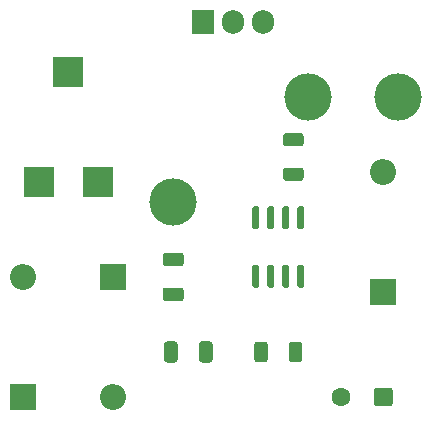
<source format=gbr>
%TF.GenerationSoftware,KiCad,Pcbnew,(5.1.9)-1*%
%TF.CreationDate,2021-03-24T11:57:43+05:30*%
%TF.ProjectId,dcmo,64636d6f-2e6b-4696-9361-645f70636258,rev?*%
%TF.SameCoordinates,Original*%
%TF.FileFunction,Soldermask,Top*%
%TF.FilePolarity,Negative*%
%FSLAX46Y46*%
G04 Gerber Fmt 4.6, Leading zero omitted, Abs format (unit mm)*
G04 Created by KiCad (PCBNEW (5.1.9)-1) date 2021-03-24 11:57:43*
%MOMM*%
%LPD*%
G01*
G04 APERTURE LIST*
%ADD10C,4.000000*%
%ADD11R,2.500000X2.500000*%
%ADD12O,1.905000X2.000000*%
%ADD13R,1.905000X2.000000*%
%ADD14C,1.600000*%
%ADD15O,2.200000X2.200000*%
%ADD16R,2.200000X2.200000*%
G04 APERTURE END LIST*
%TO.C,U1*%
G36*
G01*
X143995000Y-95610000D02*
X144295000Y-95610000D01*
G75*
G02*
X144445000Y-95760000I0J-150000D01*
G01*
X144445000Y-97410000D01*
G75*
G02*
X144295000Y-97560000I-150000J0D01*
G01*
X143995000Y-97560000D01*
G75*
G02*
X143845000Y-97410000I0J150000D01*
G01*
X143845000Y-95760000D01*
G75*
G02*
X143995000Y-95610000I150000J0D01*
G01*
G37*
G36*
G01*
X142725000Y-95610000D02*
X143025000Y-95610000D01*
G75*
G02*
X143175000Y-95760000I0J-150000D01*
G01*
X143175000Y-97410000D01*
G75*
G02*
X143025000Y-97560000I-150000J0D01*
G01*
X142725000Y-97560000D01*
G75*
G02*
X142575000Y-97410000I0J150000D01*
G01*
X142575000Y-95760000D01*
G75*
G02*
X142725000Y-95610000I150000J0D01*
G01*
G37*
G36*
G01*
X141455000Y-95610000D02*
X141755000Y-95610000D01*
G75*
G02*
X141905000Y-95760000I0J-150000D01*
G01*
X141905000Y-97410000D01*
G75*
G02*
X141755000Y-97560000I-150000J0D01*
G01*
X141455000Y-97560000D01*
G75*
G02*
X141305000Y-97410000I0J150000D01*
G01*
X141305000Y-95760000D01*
G75*
G02*
X141455000Y-95610000I150000J0D01*
G01*
G37*
G36*
G01*
X140185000Y-95610000D02*
X140485000Y-95610000D01*
G75*
G02*
X140635000Y-95760000I0J-150000D01*
G01*
X140635000Y-97410000D01*
G75*
G02*
X140485000Y-97560000I-150000J0D01*
G01*
X140185000Y-97560000D01*
G75*
G02*
X140035000Y-97410000I0J150000D01*
G01*
X140035000Y-95760000D01*
G75*
G02*
X140185000Y-95610000I150000J0D01*
G01*
G37*
G36*
G01*
X140185000Y-100560000D02*
X140485000Y-100560000D01*
G75*
G02*
X140635000Y-100710000I0J-150000D01*
G01*
X140635000Y-102360000D01*
G75*
G02*
X140485000Y-102510000I-150000J0D01*
G01*
X140185000Y-102510000D01*
G75*
G02*
X140035000Y-102360000I0J150000D01*
G01*
X140035000Y-100710000D01*
G75*
G02*
X140185000Y-100560000I150000J0D01*
G01*
G37*
G36*
G01*
X141455000Y-100560000D02*
X141755000Y-100560000D01*
G75*
G02*
X141905000Y-100710000I0J-150000D01*
G01*
X141905000Y-102360000D01*
G75*
G02*
X141755000Y-102510000I-150000J0D01*
G01*
X141455000Y-102510000D01*
G75*
G02*
X141305000Y-102360000I0J150000D01*
G01*
X141305000Y-100710000D01*
G75*
G02*
X141455000Y-100560000I150000J0D01*
G01*
G37*
G36*
G01*
X142725000Y-100560000D02*
X143025000Y-100560000D01*
G75*
G02*
X143175000Y-100710000I0J-150000D01*
G01*
X143175000Y-102360000D01*
G75*
G02*
X143025000Y-102510000I-150000J0D01*
G01*
X142725000Y-102510000D01*
G75*
G02*
X142575000Y-102360000I0J150000D01*
G01*
X142575000Y-100710000D01*
G75*
G02*
X142725000Y-100560000I150000J0D01*
G01*
G37*
G36*
G01*
X143995000Y-100560000D02*
X144295000Y-100560000D01*
G75*
G02*
X144445000Y-100710000I0J-150000D01*
G01*
X144445000Y-102360000D01*
G75*
G02*
X144295000Y-102510000I-150000J0D01*
G01*
X143995000Y-102510000D01*
G75*
G02*
X143845000Y-102360000I0J150000D01*
G01*
X143845000Y-100710000D01*
G75*
G02*
X143995000Y-100560000I150000J0D01*
G01*
G37*
%TD*%
D10*
%TO.C,TP1*%
X144780000Y-86360000D03*
%TD*%
D11*
%TO.C,RV1*%
X126960000Y-93525000D03*
X124460000Y-84275000D03*
X121960000Y-93525000D03*
%TD*%
%TO.C,R2*%
G36*
G01*
X142884999Y-92340000D02*
X144135001Y-92340000D01*
G75*
G02*
X144385000Y-92589999I0J-249999D01*
G01*
X144385000Y-93215001D01*
G75*
G02*
X144135001Y-93465000I-249999J0D01*
G01*
X142884999Y-93465000D01*
G75*
G02*
X142635000Y-93215001I0J249999D01*
G01*
X142635000Y-92589999D01*
G75*
G02*
X142884999Y-92340000I249999J0D01*
G01*
G37*
G36*
G01*
X142884999Y-89415000D02*
X144135001Y-89415000D01*
G75*
G02*
X144385000Y-89664999I0J-249999D01*
G01*
X144385000Y-90290001D01*
G75*
G02*
X144135001Y-90540000I-249999J0D01*
G01*
X142884999Y-90540000D01*
G75*
G02*
X142635000Y-90290001I0J249999D01*
G01*
X142635000Y-89664999D01*
G75*
G02*
X142884999Y-89415000I249999J0D01*
G01*
G37*
%TD*%
%TO.C,R1*%
G36*
G01*
X141340000Y-107324999D02*
X141340000Y-108575001D01*
G75*
G02*
X141090001Y-108825000I-249999J0D01*
G01*
X140464999Y-108825000D01*
G75*
G02*
X140215000Y-108575001I0J249999D01*
G01*
X140215000Y-107324999D01*
G75*
G02*
X140464999Y-107075000I249999J0D01*
G01*
X141090001Y-107075000D01*
G75*
G02*
X141340000Y-107324999I0J-249999D01*
G01*
G37*
G36*
G01*
X144265000Y-107324999D02*
X144265000Y-108575001D01*
G75*
G02*
X144015001Y-108825000I-249999J0D01*
G01*
X143389999Y-108825000D01*
G75*
G02*
X143140000Y-108575001I0J249999D01*
G01*
X143140000Y-107324999D01*
G75*
G02*
X143389999Y-107075000I249999J0D01*
G01*
X144015001Y-107075000D01*
G75*
G02*
X144265000Y-107324999I0J-249999D01*
G01*
G37*
%TD*%
D12*
%TO.C,Q1*%
X140970000Y-80010000D03*
X138430000Y-80010000D03*
D13*
X135890000Y-80010000D03*
%TD*%
D14*
%TO.C,J1*%
X147530000Y-111760000D03*
G36*
G01*
X151930000Y-111210000D02*
X151930000Y-112310000D01*
G75*
G02*
X151680000Y-112560000I-250000J0D01*
G01*
X150580000Y-112560000D01*
G75*
G02*
X150330000Y-112310000I0J250000D01*
G01*
X150330000Y-111210000D01*
G75*
G02*
X150580000Y-110960000I250000J0D01*
G01*
X151680000Y-110960000D01*
G75*
G02*
X151930000Y-111210000I0J-250000D01*
G01*
G37*
%TD*%
D10*
%TO.C,GND2*%
X133350000Y-95250000D03*
%TD*%
%TO.C,GND1*%
X152400000Y-86360000D03*
%TD*%
D15*
%TO.C,D3*%
X151130000Y-92710000D03*
D16*
X151130000Y-102870000D03*
%TD*%
D15*
%TO.C,D2*%
X128270000Y-111760000D03*
D16*
X128270000Y-101600000D03*
%TD*%
D15*
%TO.C,D1*%
X120650000Y-101600000D03*
D16*
X120650000Y-111760000D03*
%TD*%
%TO.C,C2*%
G36*
G01*
X134000001Y-100700000D02*
X132699999Y-100700000D01*
G75*
G02*
X132450000Y-100450001I0J249999D01*
G01*
X132450000Y-99799999D01*
G75*
G02*
X132699999Y-99550000I249999J0D01*
G01*
X134000001Y-99550000D01*
G75*
G02*
X134250000Y-99799999I0J-249999D01*
G01*
X134250000Y-100450001D01*
G75*
G02*
X134000001Y-100700000I-249999J0D01*
G01*
G37*
G36*
G01*
X134000001Y-103650000D02*
X132699999Y-103650000D01*
G75*
G02*
X132450000Y-103400001I0J249999D01*
G01*
X132450000Y-102749999D01*
G75*
G02*
X132699999Y-102500000I249999J0D01*
G01*
X134000001Y-102500000D01*
G75*
G02*
X134250000Y-102749999I0J-249999D01*
G01*
X134250000Y-103400001D01*
G75*
G02*
X134000001Y-103650000I-249999J0D01*
G01*
G37*
%TD*%
%TO.C,C1*%
G36*
G01*
X133720000Y-107299999D02*
X133720000Y-108600001D01*
G75*
G02*
X133470001Y-108850000I-249999J0D01*
G01*
X132819999Y-108850000D01*
G75*
G02*
X132570000Y-108600001I0J249999D01*
G01*
X132570000Y-107299999D01*
G75*
G02*
X132819999Y-107050000I249999J0D01*
G01*
X133470001Y-107050000D01*
G75*
G02*
X133720000Y-107299999I0J-249999D01*
G01*
G37*
G36*
G01*
X136670000Y-107299999D02*
X136670000Y-108600001D01*
G75*
G02*
X136420001Y-108850000I-249999J0D01*
G01*
X135769999Y-108850000D01*
G75*
G02*
X135520000Y-108600001I0J249999D01*
G01*
X135520000Y-107299999D01*
G75*
G02*
X135769999Y-107050000I249999J0D01*
G01*
X136420001Y-107050000D01*
G75*
G02*
X136670000Y-107299999I0J-249999D01*
G01*
G37*
%TD*%
M02*

</source>
